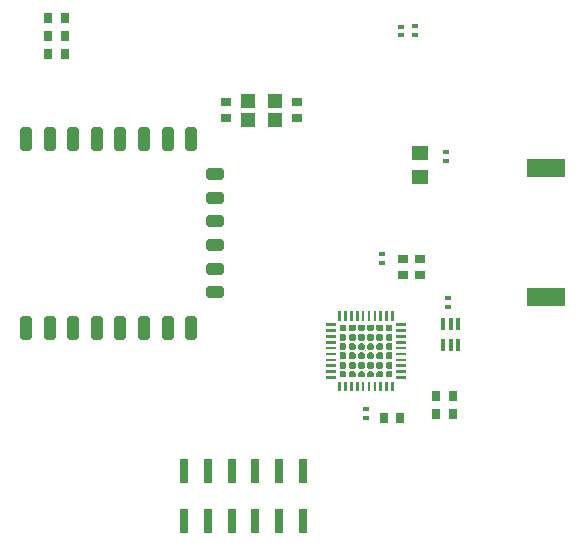
<source format=gtp>
%FSLAX43Y43*%
%MOMM*%
G71*
G01*
G75*
G04 Layer_Color=8421504*
%ADD10R,0.600X0.400*%
%ADD11R,1.400X1.200*%
%ADD12R,1.300X1.200*%
%ADD13R,0.900X0.800*%
%ADD14R,4.500X4.500*%
%ADD15R,0.280X0.850*%
%ADD16R,0.850X0.280*%
%ADD17R,0.750X2.000*%
%ADD18R,0.800X0.900*%
%ADD19R,0.350X1.000*%
G04:AMPARAMS|DCode=20|XSize=2mm|YSize=1mm|CornerRadius=0.25mm|HoleSize=0mm|Usage=FLASHONLY|Rotation=90.000|XOffset=0mm|YOffset=0mm|HoleType=Round|Shape=RoundedRectangle|*
%AMROUNDEDRECTD20*
21,1,2.000,0.500,0,0,90.0*
21,1,1.500,1.000,0,0,90.0*
1,1,0.500,0.250,0.750*
1,1,0.500,0.250,-0.750*
1,1,0.500,-0.250,-0.750*
1,1,0.500,-0.250,0.750*
%
%ADD20ROUNDEDRECTD20*%
G04:AMPARAMS|DCode=21|XSize=1.5mm|YSize=1mm|CornerRadius=0.25mm|HoleSize=0mm|Usage=FLASHONLY|Rotation=180.000|XOffset=0mm|YOffset=0mm|HoleType=Round|Shape=RoundedRectangle|*
%AMROUNDEDRECTD21*
21,1,1.500,0.500,0,0,180.0*
21,1,1.000,1.000,0,0,180.0*
1,1,0.500,-0.500,0.250*
1,1,0.500,0.500,0.250*
1,1,0.500,0.500,-0.250*
1,1,0.500,-0.500,-0.250*
%
%ADD21ROUNDEDRECTD21*%
%ADD22R,3.200X1.500*%
%ADD23C,0.254*%
%ADD24R,1.350X0.750*%
%ADD25R,0.000X0.750*%
%ADD26R,8.275X0.800*%
%ADD27R,6.096X0.508*%
%ADD28R,3.161X14.453*%
%ADD29R,7.550X1.775*%
%ADD30C,1.200*%
%ADD31C,1.000*%
%ADD32C,0.600*%
%ADD33C,2.000*%
%ADD34R,1.700X1.700*%
%ADD35R,1.000X1.800*%
%ADD36O,1.550X0.250*%
%ADD37O,0.250X1.550*%
%ADD38R,0.250X0.350*%
%ADD39R,0.350X0.250*%
%ADD40R,0.400X0.600*%
%ADD41R,1.000X1.900*%
%ADD42P,1.131X4X337.5*%
%ADD43P,1.131X4X382.5*%
%ADD44P,1.131X4X247.5*%
%ADD45P,1.131X4X292.5*%
%ADD46O,0.850X0.250*%
%ADD47O,0.250X0.850*%
G04:AMPARAMS|DCode=48|XSize=0.4mm|YSize=0.6mm|CornerRadius=0mm|HoleSize=0mm|Usage=FLASHONLY|Rotation=331.875|XOffset=0mm|YOffset=0mm|HoleType=Round|Shape=Rectangle|*
%AMROTATEDRECTD48*
4,1,4,-0.318,-0.170,-0.035,0.359,0.318,0.170,0.035,-0.359,-0.318,-0.170,0.0*
%
%ADD48ROTATEDRECTD48*%

G04:AMPARAMS|DCode=49|XSize=0.4mm|YSize=0.6mm|CornerRadius=0mm|HoleSize=0mm|Usage=FLASHONLY|Rotation=241.875|XOffset=0mm|YOffset=0mm|HoleType=Round|Shape=Rectangle|*
%AMROTATEDRECTD49*
4,1,4,-0.170,0.318,0.359,0.035,0.170,-0.318,-0.359,-0.035,-0.170,0.318,0.0*
%
%ADD49ROTATEDRECTD49*%

G04:AMPARAMS|DCode=50|XSize=0.4mm|YSize=0.6mm|CornerRadius=0mm|HoleSize=0mm|Usage=FLASHONLY|Rotation=196.875|XOffset=0mm|YOffset=0mm|HoleType=Round|Shape=Rectangle|*
%AMROTATEDRECTD50*
4,1,4,0.104,0.345,0.278,-0.229,-0.104,-0.345,-0.278,0.229,0.104,0.345,0.0*
%
%ADD50ROTATEDRECTD50*%

G04:AMPARAMS|DCode=51|XSize=0.4mm|YSize=0.6mm|CornerRadius=0mm|HoleSize=0mm|Usage=FLASHONLY|Rotation=343.125|XOffset=0mm|YOffset=0mm|HoleType=Round|Shape=Rectangle|*
%AMROTATEDRECTD51*
4,1,4,-0.278,-0.229,-0.104,0.345,0.278,0.229,0.104,-0.345,-0.278,-0.229,0.0*
%
%ADD51ROTATEDRECTD51*%

G04:AMPARAMS|DCode=52|XSize=0.4mm|YSize=0.6mm|CornerRadius=0mm|HoleSize=0mm|Usage=FLASHONLY|Rotation=303.750|XOffset=0mm|YOffset=0mm|HoleType=Round|Shape=Rectangle|*
%AMROTATEDRECTD52*
4,1,4,-0.361,-0.000,0.138,0.333,0.361,0.000,-0.138,-0.333,-0.361,-0.000,0.0*
%
%ADD52ROTATEDRECTD52*%

%ADD53R,1.200X1.400*%
%ADD54R,1.700X1.600*%
G04:AMPARAMS|DCode=55|XSize=1.6mm|YSize=1.7mm|CornerRadius=0mm|HoleSize=0mm|Usage=FLASHONLY|Rotation=151.875|XOffset=0mm|YOffset=0mm|HoleType=Round|Shape=Rectangle|*
%AMROTATEDRECTD55*
4,1,4,1.106,0.373,0.305,-1.127,-1.106,-0.373,-0.305,1.127,1.106,0.373,0.0*
%
%ADD55ROTATEDRECTD55*%

%ADD56R,0.025X0.025*%
G36*
X12550Y-11425D02*
X12191D01*
X12050Y-11283D01*
Y-10979D01*
X12191Y-10837D01*
X12550D01*
Y-11425D01*
D02*
G37*
G36*
X11850Y-10979D02*
Y-11283D01*
X11708Y-11425D01*
X11404D01*
X11262Y-11283D01*
Y-10979D01*
X11404Y-10837D01*
X11708D01*
X11850Y-10979D01*
D02*
G37*
G36*
X13750Y-11315D02*
X12950D01*
Y-11085D01*
X13750D01*
Y-11315D01*
D02*
G37*
G36*
X7800D02*
X7000D01*
Y-11085D01*
X7800D01*
Y-11315D01*
D02*
G37*
G36*
X11062Y-10979D02*
Y-11283D01*
X10921Y-11425D01*
X10616D01*
X10475Y-11283D01*
Y-10979D01*
X10616Y-10837D01*
X10921D01*
X11062Y-10979D01*
D02*
G37*
G36*
X8700D02*
Y-11283D01*
X8559Y-11425D01*
X8200D01*
Y-10837D01*
X8559D01*
X8700Y-10979D01*
D02*
G37*
G36*
X7800Y-11815D02*
X7000D01*
Y-11585D01*
X7800D01*
Y-11815D01*
D02*
G37*
G36*
X10275Y-10979D02*
Y-11283D01*
X10134Y-11425D01*
X9829D01*
X9688Y-11283D01*
Y-10979D01*
X9829Y-10837D01*
X10134D01*
X10275Y-10979D01*
D02*
G37*
G36*
X9488D02*
Y-11283D01*
X9346Y-11425D01*
X9042D01*
X8900Y-11283D01*
Y-10979D01*
X9042Y-10837D01*
X9346D01*
X9488Y-10979D01*
D02*
G37*
G36*
X7800Y-10815D02*
X7000D01*
Y-10585D01*
X7800D01*
Y-10815D01*
D02*
G37*
G36*
X12550Y-10637D02*
X12191D01*
X12050Y-10496D01*
Y-10191D01*
X12191Y-10050D01*
X12550D01*
Y-10637D01*
D02*
G37*
G36*
X11850Y-10191D02*
Y-10496D01*
X11708Y-10637D01*
X11404D01*
X11262Y-10496D01*
Y-10191D01*
X11404Y-10050D01*
X11708D01*
X11850Y-10191D01*
D02*
G37*
G36*
X13750Y-10315D02*
X12950D01*
Y-10085D01*
X13750D01*
Y-10315D01*
D02*
G37*
G36*
X7800D02*
X7000D01*
Y-10085D01*
X7800D01*
Y-10315D01*
D02*
G37*
G36*
X11062Y-10191D02*
Y-10496D01*
X10921Y-10637D01*
X10616D01*
X10475Y-10496D01*
Y-10191D01*
X10616Y-10050D01*
X10921D01*
X11062Y-10191D01*
D02*
G37*
G36*
X8700D02*
Y-10496D01*
X8559Y-10637D01*
X8200D01*
Y-10050D01*
X8559D01*
X8700Y-10191D01*
D02*
G37*
G36*
X13750Y-10815D02*
X12950D01*
Y-10585D01*
X13750D01*
Y-10815D01*
D02*
G37*
G36*
X10275Y-10191D02*
Y-10496D01*
X10134Y-10637D01*
X9829D01*
X9688Y-10496D01*
Y-10191D01*
X9829Y-10050D01*
X10134D01*
X10275Y-10191D01*
D02*
G37*
G36*
X9488D02*
Y-10496D01*
X9346Y-10637D01*
X9042D01*
X8900Y-10496D01*
Y-10191D01*
X9042Y-10050D01*
X9346D01*
X9488Y-10191D01*
D02*
G37*
G36*
X11240Y-13325D02*
X11010D01*
Y-12525D01*
X11240D01*
Y-13325D01*
D02*
G37*
G36*
X10740D02*
X10510D01*
Y-12525D01*
X10740D01*
Y-13325D01*
D02*
G37*
G36*
X12241D02*
X12010D01*
Y-12525D01*
X12241D01*
Y-13325D01*
D02*
G37*
G36*
X11740D02*
X11510D01*
Y-12525D01*
X11740D01*
Y-13325D01*
D02*
G37*
G36*
X10240D02*
X10010D01*
Y-12525D01*
X10240D01*
Y-13325D01*
D02*
G37*
G36*
X8740D02*
X8509D01*
Y-12525D01*
X8740D01*
Y-13325D01*
D02*
G37*
G36*
X8240D02*
X8009D01*
Y-12525D01*
X8240D01*
Y-13325D01*
D02*
G37*
G36*
X9740D02*
X9510D01*
Y-12525D01*
X9740D01*
Y-13325D01*
D02*
G37*
G36*
X9240D02*
X9010D01*
Y-12525D01*
X9240D01*
Y-13325D01*
D02*
G37*
G36*
X12741D02*
X12510D01*
Y-12525D01*
X12741D01*
Y-13325D01*
D02*
G37*
G36*
X11850Y-11766D02*
Y-12125D01*
X11262D01*
Y-11766D01*
X11404Y-11625D01*
X11708D01*
X11850Y-11766D01*
D02*
G37*
G36*
X11062D02*
Y-12125D01*
X10475D01*
Y-11766D01*
X10616Y-11625D01*
X10921D01*
X11062Y-11766D01*
D02*
G37*
G36*
X13750Y-11815D02*
X12950D01*
Y-11585D01*
X13750D01*
Y-11815D01*
D02*
G37*
G36*
X12550Y-12125D02*
X12050D01*
Y-11766D01*
X12191Y-11625D01*
X12550D01*
Y-12125D01*
D02*
G37*
G36*
X10275Y-11766D02*
Y-12125D01*
X9688D01*
Y-11766D01*
X9829Y-11625D01*
X10134D01*
X10275Y-11766D01*
D02*
G37*
G36*
X13750Y-12315D02*
X12950D01*
Y-12085D01*
X13750D01*
Y-12315D01*
D02*
G37*
G36*
X7800D02*
X7000D01*
Y-12085D01*
X7800D01*
Y-12315D01*
D02*
G37*
G36*
X9488Y-11766D02*
Y-12125D01*
X8900D01*
Y-11766D01*
X9042Y-11625D01*
X9346D01*
X9488Y-11766D01*
D02*
G37*
G36*
X8700D02*
Y-12125D01*
X8200D01*
Y-11625D01*
X8559D01*
X8700Y-11766D01*
D02*
G37*
G36*
X12550Y-8275D02*
X12191D01*
X12050Y-8134D01*
Y-7775D01*
X12550D01*
Y-8275D01*
D02*
G37*
G36*
X11850Y-8134D02*
X11708Y-8275D01*
X11404D01*
X11262Y-8134D01*
Y-7775D01*
X11850D01*
Y-8134D01*
D02*
G37*
G36*
X13750Y-7815D02*
X12950D01*
Y-7585D01*
X13750D01*
Y-7815D01*
D02*
G37*
G36*
X7800D02*
X7000D01*
Y-7585D01*
X7800D01*
Y-7815D01*
D02*
G37*
G36*
X11062Y-8134D02*
X10921Y-8275D01*
X10616D01*
X10475Y-8134D01*
Y-7775D01*
X11062D01*
Y-8134D01*
D02*
G37*
G36*
X8700D02*
X8559Y-8275D01*
X8200D01*
Y-7775D01*
X8700D01*
Y-8134D01*
D02*
G37*
G36*
X13750Y-8315D02*
X12950D01*
Y-8085D01*
X13750D01*
Y-8315D01*
D02*
G37*
G36*
X10275Y-8134D02*
X10134Y-8275D01*
X9829D01*
X9688Y-8134D01*
Y-7775D01*
X10275D01*
Y-8134D01*
D02*
G37*
G36*
X9488D02*
X9346Y-8275D01*
X9042D01*
X8900Y-8134D01*
Y-7775D01*
X9488D01*
Y-8134D01*
D02*
G37*
G36*
X8240Y-7375D02*
X8009D01*
Y-6575D01*
X8240D01*
Y-7375D01*
D02*
G37*
G36*
X11740D02*
X11510D01*
Y-6575D01*
X11740D01*
Y-7375D01*
D02*
G37*
G36*
X11240D02*
X11010D01*
Y-6575D01*
X11240D01*
Y-7375D01*
D02*
G37*
G36*
X12741D02*
X12510D01*
Y-6575D01*
X12741D01*
Y-7375D01*
D02*
G37*
G36*
X12241D02*
X12010D01*
Y-6575D01*
X12241D01*
Y-7375D01*
D02*
G37*
G36*
X10740D02*
X10510D01*
Y-6575D01*
X10740D01*
Y-7375D01*
D02*
G37*
G36*
X9240D02*
X9010D01*
Y-6575D01*
X9240D01*
Y-7375D01*
D02*
G37*
G36*
X8740D02*
X8509D01*
Y-6575D01*
X8740D01*
Y-7375D01*
D02*
G37*
G36*
X10240D02*
X10010D01*
Y-6575D01*
X10240D01*
Y-7375D01*
D02*
G37*
G36*
X9740D02*
X9510D01*
Y-6575D01*
X9740D01*
Y-7375D01*
D02*
G37*
G36*
X7800Y-9815D02*
X7000D01*
Y-9585D01*
X7800D01*
Y-9815D01*
D02*
G37*
G36*
X12550Y-9850D02*
X12191D01*
X12050Y-9709D01*
Y-9404D01*
X12191Y-9263D01*
X12550D01*
Y-9850D01*
D02*
G37*
G36*
X13750Y-9315D02*
X12950D01*
Y-9085D01*
X13750D01*
Y-9315D01*
D02*
G37*
G36*
Y-9815D02*
X12950D01*
Y-9585D01*
X13750D01*
Y-9815D01*
D02*
G37*
G36*
X11850Y-9404D02*
Y-9709D01*
X11708Y-9850D01*
X11404D01*
X11262Y-9709D01*
Y-9404D01*
X11404Y-9263D01*
X11708D01*
X11850Y-9404D01*
D02*
G37*
G36*
X9488D02*
Y-9709D01*
X9346Y-9850D01*
X9042D01*
X8900Y-9709D01*
Y-9404D01*
X9042Y-9263D01*
X9346D01*
X9488Y-9404D01*
D02*
G37*
G36*
X8700D02*
Y-9709D01*
X8559Y-9850D01*
X8200D01*
Y-9263D01*
X8559D01*
X8700Y-9404D01*
D02*
G37*
G36*
X11062D02*
Y-9709D01*
X10921Y-9850D01*
X10616D01*
X10475Y-9709D01*
Y-9404D01*
X10616Y-9263D01*
X10921D01*
X11062Y-9404D01*
D02*
G37*
G36*
X10275D02*
Y-9709D01*
X10134Y-9850D01*
X9829D01*
X9688Y-9709D01*
Y-9404D01*
X9829Y-9263D01*
X10134D01*
X10275Y-9404D01*
D02*
G37*
G36*
X7800Y-9315D02*
X7000D01*
Y-9085D01*
X7800D01*
Y-9315D01*
D02*
G37*
G36*
Y-8815D02*
X7000D01*
Y-8585D01*
X7800D01*
Y-8815D01*
D02*
G37*
G36*
X12550Y-9063D02*
X12191D01*
X12050Y-8921D01*
Y-8617D01*
X12191Y-8475D01*
X12550D01*
Y-9063D01*
D02*
G37*
G36*
X7800Y-8315D02*
X7000D01*
Y-8085D01*
X7800D01*
Y-8315D01*
D02*
G37*
G36*
X13750Y-8815D02*
X12950D01*
Y-8585D01*
X13750D01*
Y-8815D01*
D02*
G37*
G36*
X11850Y-8617D02*
Y-8921D01*
X11708Y-9063D01*
X11404D01*
X11262Y-8921D01*
Y-8617D01*
X11404Y-8475D01*
X11708D01*
X11850Y-8617D01*
D02*
G37*
G36*
X9488D02*
Y-8921D01*
X9346Y-9063D01*
X9042D01*
X8900Y-8921D01*
Y-8617D01*
X9042Y-8475D01*
X9346D01*
X9488Y-8617D01*
D02*
G37*
G36*
X8700D02*
Y-8921D01*
X8559Y-9063D01*
X8200D01*
Y-8475D01*
X8559D01*
X8700Y-8617D01*
D02*
G37*
G36*
X11062D02*
Y-8921D01*
X10921Y-9063D01*
X10616D01*
X10475Y-8921D01*
Y-8617D01*
X10616Y-8475D01*
X10921D01*
X11062Y-8617D01*
D02*
G37*
G36*
X10275D02*
Y-8921D01*
X10134Y-9063D01*
X9829D01*
X9688Y-8921D01*
Y-8617D01*
X9829Y-8475D01*
X10134D01*
X10275Y-8617D01*
D02*
G37*
D10*
X17125Y6150D02*
D03*
Y6900D02*
D03*
X17325Y-6200D02*
D03*
Y-5450D02*
D03*
X10375Y-14875D02*
D03*
Y-15625D02*
D03*
X13325Y17525D02*
D03*
Y16775D02*
D03*
X14525Y17550D02*
D03*
Y16800D02*
D03*
X11725Y-2475D02*
D03*
X11725Y-1725D02*
D03*
D11*
X14925Y4825D02*
D03*
Y6825D02*
D03*
D12*
X400Y9600D02*
D03*
X2700D02*
D03*
Y11200D02*
D03*
X400D02*
D03*
D13*
X-1475Y9775D02*
D03*
Y11175D02*
D03*
X4525Y9750D02*
D03*
Y11150D02*
D03*
X13517Y-2147D02*
D03*
Y-3547D02*
D03*
X14914Y-2147D02*
D03*
Y-3547D02*
D03*
D17*
X5000Y-24350D02*
D03*
X3000D02*
D03*
X1000D02*
D03*
X-1000D02*
D03*
X-3000D02*
D03*
X-5000D02*
D03*
Y-20100D02*
D03*
X-3000D02*
D03*
X-1000D02*
D03*
X1000Y-20100D02*
D03*
X3000Y-20100D02*
D03*
X5000D02*
D03*
D18*
X17711Y-13736D02*
D03*
X16311D02*
D03*
X17711Y-15260D02*
D03*
X16311D02*
D03*
X13275Y-15650D02*
D03*
X11875D02*
D03*
X-16550Y15175D02*
D03*
X-15150D02*
D03*
X-16525Y16750D02*
D03*
X-15125D02*
D03*
X-16550Y18275D02*
D03*
X-15150D02*
D03*
D19*
X18200Y-7625D02*
D03*
X17550D02*
D03*
X16900D02*
D03*
Y-9425D02*
D03*
X17550D02*
D03*
X18200D02*
D03*
D20*
X-18415Y-7962D02*
D03*
X-16415D02*
D03*
X-14415D02*
D03*
X-12415D02*
D03*
X-10415D02*
D03*
X-8415D02*
D03*
X-6415D02*
D03*
X-4415D02*
D03*
Y8038D02*
D03*
X-6415Y8038D02*
D03*
X-8415Y8038D02*
D03*
X-10415D02*
D03*
X-12415D02*
D03*
X-14415D02*
D03*
X-16415D02*
D03*
X-18415D02*
D03*
D21*
X-2415Y-4962D02*
D03*
X-2415Y-2962D02*
D03*
X-2415Y-962D02*
D03*
Y1038D02*
D03*
Y3038D02*
D03*
Y5038D02*
D03*
D22*
X25654Y5566D02*
D03*
Y-5334D02*
D03*
D56*
X10375Y-9950D02*
D03*
M02*

</source>
